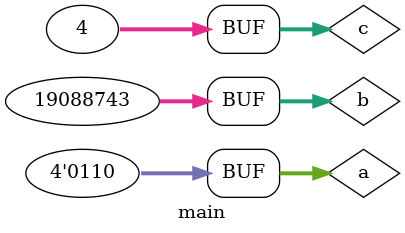
<source format=v>
module main;

reg [31:0] b, c;
reg [3:0]  a;

initial begin
	b = 32'h01234567;
	c = 4;
	a = b[c+:4];
end

endmodule

</source>
